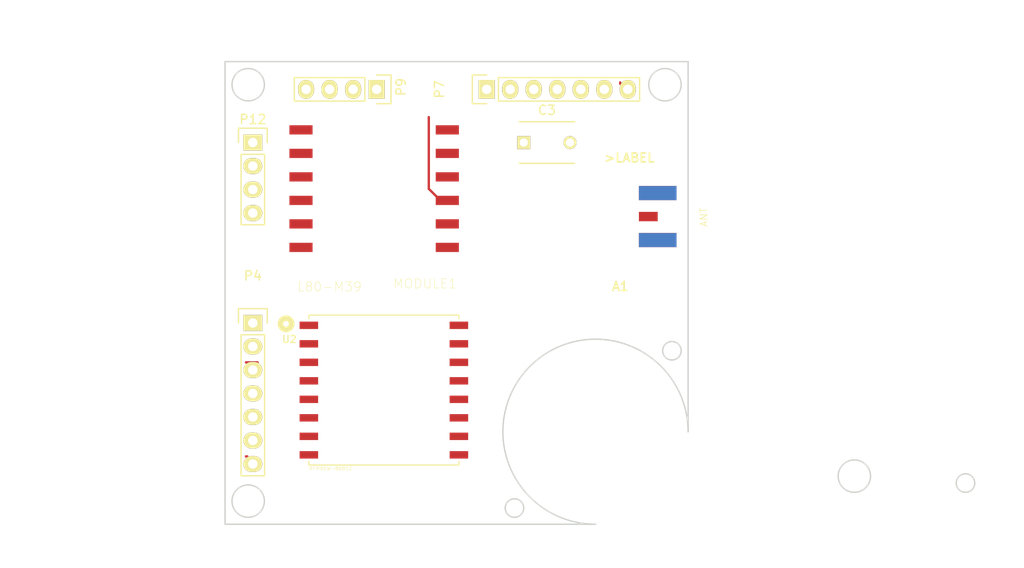
<source format=kicad_pcb>
(kicad_pcb (version 4) (host pcbnew 4.0.0-rc1-stable)

  (general
    (links 102)
    (no_connects 102)
    (area 37.351725 28.448816 278.178572 182.950001)
    (thickness 1.6)
    (drawings 30)
    (tracks 6)
    (zones 0)
    (modules 8)
    (nets 33)
  )

  (page A4)
  (title_block
    (title CatSat)
    (date 2016-07-28)
    (rev 0.001)
    (company "Electronic Cats")
    (comment 1 "Eduardo Contreras")
  )

  (layers
    (0 F.Cu signal)
    (31 B.Cu signal)
    (32 B.Adhes user)
    (33 F.Adhes user)
    (34 B.Paste user)
    (35 F.Paste user)
    (36 B.SilkS user)
    (37 F.SilkS user)
    (38 B.Mask user)
    (39 F.Mask user)
    (40 Dwgs.User user)
    (41 Cmts.User user)
    (42 Eco1.User user)
    (43 Eco2.User user)
    (44 Edge.Cuts user)
    (45 Margin user)
    (46 B.CrtYd user)
    (47 F.CrtYd user)
    (48 B.Fab user)
    (49 F.Fab user)
  )

  (setup
    (last_trace_width 0.25)
    (trace_clearance 0.2)
    (zone_clearance 0.508)
    (zone_45_only no)
    (trace_min 0.2)
    (segment_width 0.2)
    (edge_width 0.15)
    (via_size 0.6)
    (via_drill 0.4)
    (via_min_size 0.4)
    (via_min_drill 0.3)
    (uvia_size 0.3)
    (uvia_drill 0.1)
    (uvias_allowed no)
    (uvia_min_size 0.2)
    (uvia_min_drill 0.1)
    (pcb_text_width 0.3)
    (pcb_text_size 1.5 1.5)
    (mod_edge_width 0.15)
    (mod_text_size 1 1)
    (mod_text_width 0.15)
    (pad_size 1.524 1.524)
    (pad_drill 0.762)
    (pad_to_mask_clearance 0.2)
    (aux_axis_origin 0 0)
    (visible_elements 7FFFFFFF)
    (pcbplotparams
      (layerselection 0x00030_80000001)
      (usegerberextensions false)
      (excludeedgelayer true)
      (linewidth 0.100000)
      (plotframeref false)
      (viasonmask false)
      (mode 1)
      (useauxorigin false)
      (hpglpennumber 1)
      (hpglpenspeed 20)
      (hpglpendiameter 15)
      (hpglpenoverlay 2)
      (psnegative false)
      (psa4output false)
      (plotreference true)
      (plotvalue true)
      (plotinvisibletext false)
      (padsonsilk false)
      (subtractmaskfromsilk false)
      (outputformat 1)
      (mirror false)
      (drillshape 1)
      (scaleselection 1)
      (outputdirectory ""))
  )

  (net 0 "")
  (net 1 GND)
  (net 2 "Net-(A1-Pad2)")
  (net 3 +BATT)
  (net 4 S_TX)
  (net 5 S_RX)
  (net 6 "Net-(MODULE1-Pad5)")
  (net 7 "Net-(MODULE1-Pad6)")
  (net 8 "Net-(MODULE1-Pad7)")
  (net 9 "Net-(MODULE1-Pad8)")
  (net 10 "Net-(MODULE1-Pad10)")
  (net 11 "Net-(MODULE1-Pad11)")
  (net 12 SCL)
  (net 13 SDA)
  (net 14 DHT/D6)
  (net 15 A3)
  (net 16 A2)
  (net 17 A1)
  (net 18 A0)
  (net 19 INT0)
  (net 20 INT1)
  (net 21 D7)
  (net 22 D8)
  (net 23 SCK)
  (net 24 MISO)
  (net 25 MOSI)
  (net 26 NSS)
  (net 27 RST)
  (net 28 "Net-(U2-Pad11)")
  (net 29 "Net-(U2-Pad12)")
  (net 30 "Net-(U2-Pad15)")
  (net 31 "Net-(U2-Pad16)")
  (net 32 "Net-(U2-Pad7)")

  (net_class Default "This is the default net class."
    (clearance 0.2)
    (trace_width 0.25)
    (via_dia 0.6)
    (via_drill 0.4)
    (uvia_dia 0.3)
    (uvia_drill 0.1)
    (add_net +BATT)
    (add_net /Sensors/DRDY)
    (add_net /Sensors/FSYNC)
    (add_net /Sensors/INTA)
    (add_net A0)
    (add_net A1)
    (add_net A2)
    (add_net A3)
    (add_net D7)
    (add_net D8)
    (add_net DHT/D6)
    (add_net GND)
    (add_net INT0)
    (add_net INT1)
    (add_net MISO)
    (add_net MOSI)
    (add_net NSS)
    (add_net "Net-(A1-Pad2)")
    (add_net "Net-(D1-Pad2)")
    (add_net "Net-(MODULE1-Pad10)")
    (add_net "Net-(MODULE1-Pad11)")
    (add_net "Net-(MODULE1-Pad5)")
    (add_net "Net-(MODULE1-Pad6)")
    (add_net "Net-(MODULE1-Pad7)")
    (add_net "Net-(MODULE1-Pad8)")
    (add_net "Net-(P16-Pad3)")
    (add_net "Net-(P5-Pad2)")
    (add_net "Net-(RAW1-Pad1)")
    (add_net "Net-(RAW1-Pad19)")
    (add_net "Net-(RAW1-Pad2)")
    (add_net "Net-(RAW1-Pad21)")
    (add_net "Net-(RAW1-Pad3)")
    (add_net "Net-(RAW1-Pad4)")
    (add_net "Net-(RAW1-Pad5)")
    (add_net "Net-(RAW1-Pad6)")
    (add_net "Net-(RAW1-Pad7)")
    (add_net "Net-(RAW1-Pad8)")
    (add_net "Net-(RAW1-Pad9)")
    (add_net "Net-(U1-Pad1)")
    (add_net "Net-(U1-Pad2)")
    (add_net "Net-(U2-Pad11)")
    (add_net "Net-(U2-Pad12)")
    (add_net "Net-(U2-Pad15)")
    (add_net "Net-(U2-Pad16)")
    (add_net "Net-(U2-Pad7)")
    (add_net RST)
    (add_net SCK)
    (add_net SCL)
    (add_net SDA)
    (add_net S_RX)
    (add_net S_TX)
  )

  (module LoRa:RFM (layer F.Cu) (tedit 57992A0E) (tstamp 579939E5)
    (at 105.75 97.65)
    (path /57965E45/579926DC)
    (fp_text reference U2 (at -11.07 -5.04) (layer F.SilkS)
      (effects (font (size 0.77216 0.77216) (thickness 0.138988)) (justify left bottom))
    )
    (fp_text value RFM95W-868S2 (at -8.1 8.7) (layer F.SilkS)
      (effects (font (size 0.38608 0.38608) (thickness 0.038608)) (justify left bottom))
    )
    (fp_line (start -8 -8) (end 8 -8) (layer Dwgs.User) (width 0.127))
    (fp_line (start 8 -8) (end 8 8) (layer Dwgs.User) (width 0.127))
    (fp_line (start 8 8) (end -8 8) (layer Dwgs.User) (width 0.127))
    (fp_line (start -8 8) (end -8 -8) (layer Dwgs.User) (width 0.127))
    (fp_line (start -8.1 -7.7) (end -8.1 -8.1) (layer F.SilkS) (width 0.127))
    (fp_line (start -8.1 -8.1) (end 8.1 -8.1) (layer F.SilkS) (width 0.127))
    (fp_line (start 8.1 -8.1) (end 8.1 -7.7) (layer F.SilkS) (width 0.127))
    (fp_line (start -8.1 7.7) (end -8.1 8.1) (layer F.SilkS) (width 0.127))
    (fp_line (start -8.1 8.1) (end 8.1 8.1) (layer F.SilkS) (width 0.127))
    (fp_line (start 8.1 8.1) (end 8.1 7.7) (layer F.SilkS) (width 0.127))
    (fp_circle (center -10.56 -7.16) (end -10.26 -7.16) (layer F.SilkS) (width 0.6096))
    (pad 9 smd rect (at 8.1 7 180) (size 2 0.8) (layers F.Cu F.Paste F.Mask)
      (net 2 "Net-(A1-Pad2)"))
    (pad 10 smd rect (at 8.1 5 180) (size 2 0.8) (layers F.Cu F.Paste F.Mask)
      (net 1 GND))
    (pad 11 smd rect (at 8.1 3 180) (size 2 0.8) (layers F.Cu F.Paste F.Mask)
      (net 28 "Net-(U2-Pad11)"))
    (pad 12 smd rect (at 8.1 1 180) (size 2 0.8) (layers F.Cu F.Paste F.Mask)
      (net 29 "Net-(U2-Pad12)"))
    (pad 13 smd rect (at 8.1 -1 180) (size 2 0.8) (layers F.Cu F.Paste F.Mask)
      (net 3 +BATT))
    (pad 14 smd rect (at 8.1 -3 180) (size 2 0.8) (layers F.Cu F.Paste F.Mask)
      (net 19 INT0))
    (pad 15 smd rect (at 8.1 -5 180) (size 2 0.8) (layers F.Cu F.Paste F.Mask)
      (net 30 "Net-(U2-Pad15)"))
    (pad 16 smd rect (at 8.1 -7 180) (size 2 0.8) (layers F.Cu F.Paste F.Mask)
      (net 31 "Net-(U2-Pad16)"))
    (pad 1 smd rect (at -8.1 -7) (size 2 0.8) (layers F.Cu F.Paste F.Mask)
      (net 1 GND))
    (pad 2 smd rect (at -8.1 -5) (size 2 0.8) (layers F.Cu F.Paste F.Mask)
      (net 24 MISO))
    (pad 3 smd rect (at -8.1 -3) (size 2 0.8) (layers F.Cu F.Paste F.Mask)
      (net 25 MOSI))
    (pad 4 smd rect (at -8.1 -1) (size 2 0.8) (layers F.Cu F.Paste F.Mask)
      (net 23 SCK))
    (pad 5 smd rect (at -8.1 1) (size 2 0.8) (layers F.Cu F.Paste F.Mask)
      (net 26 NSS))
    (pad 6 smd rect (at -8.1 3) (size 2 0.8) (layers F.Cu F.Paste F.Mask)
      (net 27 RST))
    (pad 7 smd rect (at -8.1 5) (size 2 0.8) (layers F.Cu F.Paste F.Mask)
      (net 32 "Net-(U2-Pad7)"))
    (pad 8 smd rect (at -8.1 7 180) (size 2 0.8) (layers F.Cu F.Paste F.Mask)
      (net 1 GND))
  )

  (module LoRa:SMA_Conn_Ant (layer F.Cu) (tedit 576EB192) (tstamp 57993930)
    (at 137.35 78.9 180)
    (path /57965E45/57993DE2)
    (fp_text reference A1 (at 5.08 -6.985 180) (layer F.SilkS)
      (effects (font (size 0.9652 0.9652) (thickness 0.18288)) (justify right top))
    )
    (fp_text value ANT (at -2.5 1 270) (layer F.SilkS)
      (effects (font (size 0.77216 0.77216) (thickness 0.077216)) (justify right top))
    )
    (fp_line (start -9.2075 -2.54) (end -8.255 -2.54) (layer Dwgs.User) (width 0.2032))
    (fp_line (start -8.255 -2.54) (end -8.255 -3.175) (layer Dwgs.User) (width 0.2032))
    (fp_line (start -8.255 -3.175) (end -7.62 -3.175) (layer Dwgs.User) (width 0.2032))
    (fp_line (start -7.62 -3.175) (end -6.985 -3.175) (layer Dwgs.User) (width 0.2032))
    (fp_line (start -6.985 -3.175) (end -6.35 -3.175) (layer Dwgs.User) (width 0.2032))
    (fp_line (start -6.35 -3.175) (end -5.715 -3.175) (layer Dwgs.User) (width 0.2032))
    (fp_line (start -5.715 -3.175) (end -5.08 -3.175) (layer Dwgs.User) (width 0.2032))
    (fp_line (start -5.08 -3.175) (end -4.445 -3.175) (layer Dwgs.User) (width 0.2032))
    (fp_line (start -4.445 -3.175) (end -3.4925 -3.175) (layer Dwgs.User) (width 0.2032))
    (fp_line (start -3.4925 -3.175) (end -3.4925 -2.54) (layer Dwgs.User) (width 0.2032))
    (fp_line (start -3.4925 -2.54) (end -1.5875 -2.54) (layer Dwgs.User) (width 0.2032))
    (fp_line (start -1.5875 -2.54) (end -1.5875 2.54) (layer Dwgs.User) (width 0.2032))
    (fp_line (start -1.5875 2.54) (end -3.4925 2.54) (layer Dwgs.User) (width 0.2032))
    (fp_line (start -3.4925 2.54) (end -3.4925 3.175) (layer Dwgs.User) (width 0.2032))
    (fp_line (start -3.4925 3.175) (end -4.445 3.175) (layer Dwgs.User) (width 0.2032))
    (fp_line (start -4.445 3.175) (end -5.08 3.175) (layer Dwgs.User) (width 0.2032))
    (fp_line (start -5.08 3.175) (end -5.715 3.175) (layer Dwgs.User) (width 0.2032))
    (fp_line (start -5.715 3.175) (end -6.35 3.175) (layer Dwgs.User) (width 0.2032))
    (fp_line (start -6.35 3.175) (end -6.985 3.175) (layer Dwgs.User) (width 0.2032))
    (fp_line (start -6.985 3.175) (end -7.62 3.175) (layer Dwgs.User) (width 0.2032))
    (fp_line (start -7.62 3.175) (end -8.255 3.175) (layer Dwgs.User) (width 0.2032))
    (fp_line (start -8.255 3.175) (end -8.255 2.54) (layer Dwgs.User) (width 0.2032))
    (fp_line (start -8.255 2.54) (end -9.2075 2.54) (layer Dwgs.User) (width 0.2032))
    (fp_line (start -9.2075 2.54) (end -9.2075 -2.54) (layer Dwgs.User) (width 0.2032))
    (fp_line (start -8.255 -2.54) (end -8.255 2.54) (layer Dwgs.User) (width 0.2032))
    (fp_line (start -8.255 -3.175) (end -7.62 3.175) (layer Dwgs.User) (width 0.2032))
    (fp_line (start -7.62 -3.175) (end -6.985 3.175) (layer Dwgs.User) (width 0.2032))
    (fp_line (start -6.985 -3.175) (end -6.35 3.175) (layer Dwgs.User) (width 0.2032))
    (fp_line (start -6.35 -3.175) (end -5.715 3.175) (layer Dwgs.User) (width 0.2032))
    (fp_line (start -5.715 -3.175) (end -5.08 3.175) (layer Dwgs.User) (width 0.2032))
    (fp_line (start -5.08 -3.175) (end -4.445 3.175) (layer Dwgs.User) (width 0.2032))
    (fp_line (start -4.445 -3.175) (end -3.81 3.175) (layer Dwgs.User) (width 0.2032))
    (fp_text user >LABEL (at 5.08 6.35 180) (layer F.SilkS)
      (effects (font (size 0.9652 0.9652) (thickness 0.18288)))
    )
    (fp_poly (pts (xy 0 0.3175) (xy 3.175 0.3175) (xy 3.175 -0.3175) (xy 0 -0.3175)) (layer Dwgs.User) (width 0))
    (fp_poly (pts (xy -1.524 -3.048) (xy 3.81 -3.048) (xy 3.81 -2.032) (xy 0 -2.032)
      (xy 0 2.032) (xy 3.81 2.032) (xy 3.81 3.048) (xy -1.524 3.048)) (layer Dwgs.User) (width 0))
    (fp_poly (pts (xy -1.524 -5.08) (xy 0 -5.08) (xy 0 5.08) (xy -1.524 5.08)) (layer Dwgs.User) (width 0))
    (fp_line (start 3.3574 -0.7) (end 3.3574 -2.1) (layer Dwgs.User) (width 0.2032))
    (fp_line (start 3.3574 -2.1) (end 0.7574 -2.1) (layer Dwgs.User) (width 0.2032))
    (fp_line (start 0.7574 2.1) (end 3.3574 2.1) (layer Dwgs.User) (width 0.2032))
    (fp_line (start 3.3574 2.1) (end 3.3574 0.7) (layer Dwgs.User) (width 0.2032))
    (fp_line (start 0.7574 -0.7) (end 0.7574 -2.1) (layer Dwgs.User) (width 0.2032))
    (fp_line (start 0.7574 2.1) (end 0.7574 0.7) (layer Dwgs.User) (width 0.2032))
    (fp_line (start 3.4574 -0.7) (end 3.4574 -2) (layer Dwgs.User) (width 0.2032))
    (fp_line (start 3.4574 2) (end 3.4574 0.7) (layer Dwgs.User) (width 0.2032))
    (fp_line (start 3.5574 -0.7) (end 3.5574 -2.1) (layer Dwgs.User) (width 0.2032))
    (fp_line (start 3.5574 2.1) (end 3.5574 0.7) (layer Dwgs.User) (width 0.2032))
    (fp_line (start 3.5574 -2.1) (end 3.3574 -2.1) (layer Dwgs.User) (width 0.2032))
    (fp_line (start 3.5574 -0.7) (end 3.3574 -0.7) (layer Dwgs.User) (width 0.2032))
    (fp_line (start 3.5574 0.7) (end 3.3574 0.7) (layer Dwgs.User) (width 0.2032))
    (fp_line (start 3.5574 2.1) (end 3.3574 2.1) (layer Dwgs.User) (width 0.2032))
    (fp_poly (pts (xy 3.2004 0.4826) (xy 3.9624 0.4826) (xy 3.9624 -0.4826) (xy 3.2004 -0.4826)) (layer F.Paste) (width 0))
    (fp_poly (pts (xy 0.889 -0.9382) (xy 3.2258 -0.9382) (xy 3.2258 -1.8526) (xy 0.889 -1.8526)) (layer F.Mask) (width 0))
    (fp_poly (pts (xy 0.9906 -0.989) (xy 3.1242 -0.989) (xy 3.1242 -1.8018) (xy 0.9906 -1.8018)) (layer F.Paste) (width 0))
    (fp_poly (pts (xy 0.889 1.8526) (xy 3.2258 1.8526) (xy 3.2258 0.9382) (xy 0.889 0.9382)) (layer F.Mask) (width 0))
    (fp_poly (pts (xy 0.9906 1.8018) (xy 3.1242 1.8018) (xy 3.1242 0.989) (xy 0.9906 0.989)) (layer F.Paste) (width 0))
    (pad 1 smd rect (at 2.032 -2.54 270) (size 1.524 4.064) (layers F.Cu F.Paste F.Mask)
      (net 1 GND))
    (pad 3 smd rect (at 2.032 2.54 270) (size 1.524 4.064) (layers F.Cu F.Paste F.Mask)
      (net 1 GND))
    (pad 2 smd rect (at 3.048 0 270) (size 1.016 2.032) (layers F.Cu F.Paste F.Mask)
      (net 2 "Net-(A1-Pad2)"))
    (pad "" smd rect (at 2.032 -2.54 270) (size 1.524 4.064) (layers B.Cu B.Paste B.Mask))
    (pad "" smd rect (at 2.032 2.54 270) (size 1.524 4.064) (layers B.Cu B.Paste B.Mask))
  )

  (module CatSat:L80 (layer F.Cu) (tedit 0) (tstamp 57993946)
    (at 104.733668 76.518506 180)
    (path /57965E45/57992672)
    (solder_mask_margin 0.1)
    (attr smd)
    (fp_text reference MODULE1 (at -5.46 -9.635 180) (layer F.SilkS)
      (effects (font (size 1 1) (thickness 0.05)))
    )
    (fp_text value L80-M39 (at 4.860978 -9.966894 360) (layer F.SilkS)
      (effects (font (size 1 1) (thickness 0.05)))
    )
    (fp_line (start 8.033668 -8.211494) (end -7.966332 -8.211494) (layer Dwgs.User) (width 0.254))
    (fp_line (start -7.966332 -8.211494) (end -7.966332 7.788506) (layer Dwgs.User) (width 0.254))
    (fp_line (start -7.966332 7.788506) (end 8.033668 7.788506) (layer Dwgs.User) (width 0.254))
    (fp_line (start 8.033668 7.788506) (end 8.033668 -8.211494) (layer Dwgs.User) (width 0.254))
    (fp_circle (center 0.033668 -0.211494) (end -0.476332 -0.211494) (layer Dwgs.User) (width 0.127))
    (fp_poly (pts (xy 7.533668 7.288506) (xy -7.466332 7.288506) (xy -7.466332 -7.711494) (xy 7.533668 -7.711494)) (layer Dwgs.User) (width 0.381))
    (pad 1 smd rect (at -7.866332 -5.711494) (size 2.5 1) (layers F.Cu F.Paste F.Mask)
      (net 4 S_TX) (solder_mask_margin 0.2))
    (pad 2 smd rect (at -7.866332 -3.171494) (size 2.5 1) (layers F.Cu F.Paste F.Mask)
      (net 5 S_RX) (solder_mask_margin 0.2))
    (pad 3 smd rect (at -7.866332 -0.631494) (size 2.5 1) (layers F.Cu F.Paste F.Mask)
      (net 1 GND) (solder_mask_margin 0.2))
    (pad 4 smd rect (at -7.866332 1.908506) (size 2.5 1) (layers F.Cu F.Paste F.Mask)
      (net 3 +BATT) (solder_mask_margin 0.2))
    (pad 5 smd rect (at -7.866332 4.448506) (size 2.5 1) (layers F.Cu F.Paste F.Mask)
      (net 6 "Net-(MODULE1-Pad5)") (solder_mask_margin 0.2))
    (pad 6 smd rect (at -7.866332 6.988506) (size 2.5 1) (layers F.Cu F.Paste F.Mask)
      (net 7 "Net-(MODULE1-Pad6)") (solder_mask_margin 0.2))
    (pad 7 smd rect (at 7.933668 6.988506 180) (size 2.5 1) (layers F.Cu F.Paste F.Mask)
      (net 8 "Net-(MODULE1-Pad7)") (solder_mask_margin 0.2))
    (pad 8 smd rect (at 7.933668 4.448506 180) (size 2.5 1) (layers F.Cu F.Paste F.Mask)
      (net 9 "Net-(MODULE1-Pad8)") (solder_mask_margin 0.2))
    (pad 9 smd rect (at 7.933668 1.908506 180) (size 2.5 1) (layers F.Cu F.Paste F.Mask)
      (solder_mask_margin 0.2))
    (pad 10 smd rect (at 7.933668 -0.631494 180) (size 2.5 1) (layers F.Cu F.Paste F.Mask)
      (net 10 "Net-(MODULE1-Pad10)") (solder_mask_margin 0.2))
    (pad 11 smd rect (at 7.933668 -3.171494 180) (size 2.5 1) (layers F.Cu F.Paste F.Mask)
      (net 11 "Net-(MODULE1-Pad11)") (solder_mask_margin 0.2))
    (pad 12 smd rect (at 7.933668 -5.711494) (size 2.5 1) (layers F.Cu F.Paste F.Mask)
      (net 1 GND) (solder_mask_margin 0.2))
  )

  (module Pin_Headers:Pin_Header_Straight_1x07 (layer F.Cu) (tedit 0) (tstamp 5799396C)
    (at 91.6 90.4)
    (descr "Through hole pin header")
    (tags "pin header")
    (path /57965E31/5797EF63)
    (fp_text reference P4 (at 0 -5.1) (layer F.SilkS)
      (effects (font (size 1 1) (thickness 0.15)))
    )
    (fp_text value CONN_01X07 (at 0 -3.1) (layer F.Fab)
      (effects (font (size 1 1) (thickness 0.15)))
    )
    (fp_line (start -1.75 -1.75) (end -1.75 17) (layer F.CrtYd) (width 0.05))
    (fp_line (start 1.75 -1.75) (end 1.75 17) (layer F.CrtYd) (width 0.05))
    (fp_line (start -1.75 -1.75) (end 1.75 -1.75) (layer F.CrtYd) (width 0.05))
    (fp_line (start -1.75 17) (end 1.75 17) (layer F.CrtYd) (width 0.05))
    (fp_line (start 1.27 1.27) (end 1.27 16.51) (layer F.SilkS) (width 0.15))
    (fp_line (start 1.27 16.51) (end -1.27 16.51) (layer F.SilkS) (width 0.15))
    (fp_line (start -1.27 16.51) (end -1.27 1.27) (layer F.SilkS) (width 0.15))
    (fp_line (start 1.55 -1.55) (end 1.55 0) (layer F.SilkS) (width 0.15))
    (fp_line (start 1.27 1.27) (end -1.27 1.27) (layer F.SilkS) (width 0.15))
    (fp_line (start -1.55 0) (end -1.55 -1.55) (layer F.SilkS) (width 0.15))
    (fp_line (start -1.55 -1.55) (end 1.55 -1.55) (layer F.SilkS) (width 0.15))
    (pad 1 thru_hole rect (at 0 0) (size 2.032 1.7272) (drill 1.016) (layers *.Cu *.Mask F.SilkS)
      (net 3 +BATT))
    (pad 2 thru_hole oval (at 0 2.54) (size 2.032 1.7272) (drill 1.016) (layers *.Cu *.Mask F.SilkS)
      (net 1 GND))
    (pad 3 thru_hole oval (at 0 5.08) (size 2.032 1.7272) (drill 1.016) (layers *.Cu *.Mask F.SilkS)
      (net 23 SCK))
    (pad 4 thru_hole oval (at 0 7.62) (size 2.032 1.7272) (drill 1.016) (layers *.Cu *.Mask F.SilkS)
      (net 24 MISO))
    (pad 5 thru_hole oval (at 0 10.16) (size 2.032 1.7272) (drill 1.016) (layers *.Cu *.Mask F.SilkS)
      (net 25 MOSI))
    (pad 6 thru_hole oval (at 0 12.7) (size 2.032 1.7272) (drill 1.016) (layers *.Cu *.Mask F.SilkS)
      (net 26 NSS))
    (pad 7 thru_hole oval (at 0 15.24) (size 2.032 1.7272) (drill 1.016) (layers *.Cu *.Mask F.SilkS)
      (net 27 RST))
    (model Pin_Headers.3dshapes/Pin_Header_Straight_1x07.wrl
      (at (xyz 0 -0.3 0))
      (scale (xyz 1 1 1))
      (rotate (xyz 0 0 90))
    )
  )

  (module Pin_Headers:Pin_Header_Straight_1x07 (layer F.Cu) (tedit 0) (tstamp 5799397D)
    (at 116.85 65.15 90)
    (descr "Through hole pin header")
    (tags "pin header")
    (path /57965E45/57992998)
    (fp_text reference P7 (at 0 -5.1 90) (layer F.SilkS)
      (effects (font (size 1 1) (thickness 0.15)))
    )
    (fp_text value CONN_01X07 (at 2.25 0.95 180) (layer F.Fab)
      (effects (font (size 1 1) (thickness 0.15)))
    )
    (fp_line (start -1.75 -1.75) (end -1.75 17) (layer F.CrtYd) (width 0.05))
    (fp_line (start 1.75 -1.75) (end 1.75 17) (layer F.CrtYd) (width 0.05))
    (fp_line (start -1.75 -1.75) (end 1.75 -1.75) (layer F.CrtYd) (width 0.05))
    (fp_line (start -1.75 17) (end 1.75 17) (layer F.CrtYd) (width 0.05))
    (fp_line (start 1.27 1.27) (end 1.27 16.51) (layer F.SilkS) (width 0.15))
    (fp_line (start 1.27 16.51) (end -1.27 16.51) (layer F.SilkS) (width 0.15))
    (fp_line (start -1.27 16.51) (end -1.27 1.27) (layer F.SilkS) (width 0.15))
    (fp_line (start 1.55 -1.55) (end 1.55 0) (layer F.SilkS) (width 0.15))
    (fp_line (start 1.27 1.27) (end -1.27 1.27) (layer F.SilkS) (width 0.15))
    (fp_line (start -1.55 0) (end -1.55 -1.55) (layer F.SilkS) (width 0.15))
    (fp_line (start -1.55 -1.55) (end 1.55 -1.55) (layer F.SilkS) (width 0.15))
    (pad 1 thru_hole rect (at 0 0 90) (size 2.032 1.7272) (drill 1.016) (layers *.Cu *.Mask F.SilkS)
      (net 1 GND))
    (pad 2 thru_hole oval (at 0 2.54 90) (size 2.032 1.7272) (drill 1.016) (layers *.Cu *.Mask F.SilkS)
      (net 3 +BATT))
    (pad 3 thru_hole oval (at 0 5.08 90) (size 2.032 1.7272) (drill 1.016) (layers *.Cu *.Mask F.SilkS)
      (net 12 SCL))
    (pad 4 thru_hole oval (at 0 7.62 90) (size 2.032 1.7272) (drill 1.016) (layers *.Cu *.Mask F.SilkS)
      (net 13 SDA))
    (pad 5 thru_hole oval (at 0 10.16 90) (size 2.032 1.7272) (drill 1.016) (layers *.Cu *.Mask F.SilkS)
      (net 5 S_RX))
    (pad 6 thru_hole oval (at 0 12.7 90) (size 2.032 1.7272) (drill 1.016) (layers *.Cu *.Mask F.SilkS)
      (net 4 S_TX))
    (pad 7 thru_hole oval (at 0 15.24 90) (size 2.032 1.7272) (drill 1.016) (layers *.Cu *.Mask F.SilkS)
      (net 14 DHT/D6))
    (model Pin_Headers.3dshapes/Pin_Header_Straight_1x07.wrl
      (at (xyz 0 -0.3 0))
      (scale (xyz 1 1 1))
      (rotate (xyz 0 0 90))
    )
  )

  (module Pin_Headers:Pin_Header_Straight_1x04 (layer F.Cu) (tedit 0) (tstamp 5799398D)
    (at 104.97 65.15 270)
    (descr "Through hole pin header")
    (tags "pin header")
    (path /57965E45/579A47A5)
    (fp_text reference P9 (at -0.25 -2.63 270) (layer F.SilkS)
      (effects (font (size 1 1) (thickness 0.15)))
    )
    (fp_text value CONN_01X04 (at -2.25 4.12 360) (layer F.Fab)
      (effects (font (size 1 1) (thickness 0.15)))
    )
    (fp_line (start -1.75 -1.75) (end -1.75 9.4) (layer F.CrtYd) (width 0.05))
    (fp_line (start 1.75 -1.75) (end 1.75 9.4) (layer F.CrtYd) (width 0.05))
    (fp_line (start -1.75 -1.75) (end 1.75 -1.75) (layer F.CrtYd) (width 0.05))
    (fp_line (start -1.75 9.4) (end 1.75 9.4) (layer F.CrtYd) (width 0.05))
    (fp_line (start -1.27 1.27) (end -1.27 8.89) (layer F.SilkS) (width 0.15))
    (fp_line (start 1.27 1.27) (end 1.27 8.89) (layer F.SilkS) (width 0.15))
    (fp_line (start 1.55 -1.55) (end 1.55 0) (layer F.SilkS) (width 0.15))
    (fp_line (start -1.27 8.89) (end 1.27 8.89) (layer F.SilkS) (width 0.15))
    (fp_line (start 1.27 1.27) (end -1.27 1.27) (layer F.SilkS) (width 0.15))
    (fp_line (start -1.55 0) (end -1.55 -1.55) (layer F.SilkS) (width 0.15))
    (fp_line (start -1.55 -1.55) (end 1.55 -1.55) (layer F.SilkS) (width 0.15))
    (pad 1 thru_hole rect (at 0 0 270) (size 2.032 1.7272) (drill 1.016) (layers *.Cu *.Mask F.SilkS)
      (net 19 INT0))
    (pad 2 thru_hole oval (at 0 2.54 270) (size 2.032 1.7272) (drill 1.016) (layers *.Cu *.Mask F.SilkS)
      (net 20 INT1))
    (pad 3 thru_hole oval (at 0 5.08 270) (size 2.032 1.7272) (drill 1.016) (layers *.Cu *.Mask F.SilkS)
      (net 21 D7))
    (pad 4 thru_hole oval (at 0 7.62 270) (size 2.032 1.7272) (drill 1.016) (layers *.Cu *.Mask F.SilkS)
      (net 22 D8))
    (model Pin_Headers.3dshapes/Pin_Header_Straight_1x04.wrl
      (at (xyz 0 -0.15 0))
      (scale (xyz 1 1 1))
      (rotate (xyz 0 0 90))
    )
  )

  (module Pin_Headers:Pin_Header_Straight_1x04 (layer F.Cu) (tedit 0) (tstamp 579939AB)
    (at 91.6 70.9)
    (descr "Through hole pin header")
    (tags "pin header")
    (path /57965E56/579A5A85)
    (fp_text reference P12 (at 0 -2.5) (layer F.SilkS)
      (effects (font (size 1 1) (thickness 0.15)))
    )
    (fp_text value CONN_01X04 (at -2.25 4 90) (layer F.Fab)
      (effects (font (size 1 1) (thickness 0.15)))
    )
    (fp_line (start -1.75 -1.75) (end -1.75 9.4) (layer F.CrtYd) (width 0.05))
    (fp_line (start 1.75 -1.75) (end 1.75 9.4) (layer F.CrtYd) (width 0.05))
    (fp_line (start -1.75 -1.75) (end 1.75 -1.75) (layer F.CrtYd) (width 0.05))
    (fp_line (start -1.75 9.4) (end 1.75 9.4) (layer F.CrtYd) (width 0.05))
    (fp_line (start -1.27 1.27) (end -1.27 8.89) (layer F.SilkS) (width 0.15))
    (fp_line (start 1.27 1.27) (end 1.27 8.89) (layer F.SilkS) (width 0.15))
    (fp_line (start 1.55 -1.55) (end 1.55 0) (layer F.SilkS) (width 0.15))
    (fp_line (start -1.27 8.89) (end 1.27 8.89) (layer F.SilkS) (width 0.15))
    (fp_line (start 1.27 1.27) (end -1.27 1.27) (layer F.SilkS) (width 0.15))
    (fp_line (start -1.55 0) (end -1.55 -1.55) (layer F.SilkS) (width 0.15))
    (fp_line (start -1.55 -1.55) (end 1.55 -1.55) (layer F.SilkS) (width 0.15))
    (pad 1 thru_hole rect (at 0 0) (size 2.032 1.7272) (drill 1.016) (layers *.Cu *.Mask F.SilkS)
      (net 15 A3))
    (pad 2 thru_hole oval (at 0 2.54) (size 2.032 1.7272) (drill 1.016) (layers *.Cu *.Mask F.SilkS)
      (net 16 A2))
    (pad 3 thru_hole oval (at 0 5.08) (size 2.032 1.7272) (drill 1.016) (layers *.Cu *.Mask F.SilkS)
      (net 17 A1))
    (pad 4 thru_hole oval (at 0 7.62) (size 2.032 1.7272) (drill 1.016) (layers *.Cu *.Mask F.SilkS)
      (net 18 A0))
    (model Pin_Headers.3dshapes/Pin_Header_Straight_1x04.wrl
      (at (xyz 0 -0.15 0))
      (scale (xyz 1 1 1))
      (rotate (xyz 0 0 90))
    )
  )

  (module Capacitors_ThroughHole:C_Disc_D6_P5 (layer F.Cu) (tedit 0) (tstamp 579BB1D8)
    (at 120.85 70.9)
    (descr "Capacitor 6mm Disc, Pitch 5mm")
    (tags Capacitor)
    (path /57965E45/579BD4FC)
    (fp_text reference C3 (at 2.5 -3.5) (layer F.SilkS)
      (effects (font (size 1 1) (thickness 0.15)))
    )
    (fp_text value C (at 2.5 3.5) (layer F.Fab)
      (effects (font (size 1 1) (thickness 0.15)))
    )
    (fp_line (start -0.95 -2.5) (end 5.95 -2.5) (layer F.CrtYd) (width 0.05))
    (fp_line (start 5.95 -2.5) (end 5.95 2.5) (layer F.CrtYd) (width 0.05))
    (fp_line (start 5.95 2.5) (end -0.95 2.5) (layer F.CrtYd) (width 0.05))
    (fp_line (start -0.95 2.5) (end -0.95 -2.5) (layer F.CrtYd) (width 0.05))
    (fp_line (start -0.5 -2.25) (end 5.5 -2.25) (layer F.SilkS) (width 0.15))
    (fp_line (start 5.5 2.25) (end -0.5 2.25) (layer F.SilkS) (width 0.15))
    (pad 1 thru_hole rect (at 0 0) (size 1.4 1.4) (drill 0.9) (layers *.Cu *.Mask F.SilkS)
      (net 3 +BATT))
    (pad 2 thru_hole circle (at 5 0) (size 1.4 1.4) (drill 0.9) (layers *.Cu *.Mask F.SilkS)
      (net 1 GND))
    (model Capacitors_ThroughHole.3dshapes/C_Disc_D6_P5.wrl
      (at (xyz 0.0984252 0 0))
      (scale (xyz 1 1 1))
      (rotate (xyz 0 0 0))
    )
  )

  (dimension 1 (width 0.3) (layer Margin)
    (gr_text 1.000mm (at 169.05 115.05) (layer Margin)
      (effects (font (size 1.5 1.5) (thickness 0.3)))
    )
    (feature1 (pts (xy 169.55 107.7) (xy 169.55 116.4)))
    (feature2 (pts (xy 168.55 107.7) (xy 168.55 116.4)))
    (crossbar (pts (xy 168.55 113.7) (xy 169.55 113.7)))
    (arrow1a (pts (xy 169.55 113.7) (xy 168.423496 114.286421)))
    (arrow1b (pts (xy 169.55 113.7) (xy 168.423496 113.113579)))
    (arrow2a (pts (xy 168.55 113.7) (xy 169.676504 114.286421)))
    (arrow2b (pts (xy 168.55 113.7) (xy 169.676504 113.113579)))
  )
  (dimension 2 (width 0.3) (layer Margin)
    (gr_text 2.000mm (at 168.55 103.1) (layer Margin)
      (effects (font (size 1.5 1.5) (thickness 0.3)))
    )
    (feature1 (pts (xy 169.55 107.7) (xy 169.55 101.75)))
    (feature2 (pts (xy 167.55 107.7) (xy 167.55 101.75)))
    (crossbar (pts (xy 167.55 104.45) (xy 169.55 104.45)))
    (arrow1a (pts (xy 169.55 104.45) (xy 168.423496 105.036421)))
    (arrow1b (pts (xy 169.55 104.45) (xy 168.423496 103.863579)))
    (arrow2a (pts (xy 167.55 104.45) (xy 168.676504 105.036421)))
    (arrow2b (pts (xy 167.55 104.45) (xy 168.676504 103.863579)))
  )
  (dimension 3.5 (width 0.3) (layer Margin)
    (gr_text 3.500mm (at 156.55 103.1) (layer Margin)
      (effects (font (size 1.5 1.5) (thickness 0.3)))
    )
    (feature1 (pts (xy 158.3 106.95) (xy 158.3 101.75)))
    (feature2 (pts (xy 154.8 106.95) (xy 154.8 101.75)))
    (crossbar (pts (xy 154.8 104.45) (xy 158.3 104.45)))
    (arrow1a (pts (xy 158.3 104.45) (xy 157.173496 105.036421)))
    (arrow1b (pts (xy 158.3 104.45) (xy 157.173496 103.863579)))
    (arrow2a (pts (xy 154.8 104.45) (xy 155.926504 105.036421)))
    (arrow2b (pts (xy 154.8 104.45) (xy 155.926504 103.863579)))
  )
  (dimension 10 (width 0.3) (layer Margin)
    (gr_text 10.000mm (at 141.95 107.15 90) (layer Margin)
      (effects (font (size 1.5 1.5) (thickness 0.3)))
    )
    (feature1 (pts (xy 138.6 102.15) (xy 143.3 102.15)))
    (feature2 (pts (xy 138.6 112.15) (xy 143.3 112.15)))
    (crossbar (pts (xy 140.6 112.15) (xy 140.6 102.15)))
    (arrow1a (pts (xy 140.6 102.15) (xy 141.186421 103.276504)))
    (arrow1b (pts (xy 140.6 102.15) (xy 140.013579 103.276504)))
    (arrow2a (pts (xy 140.6 112.15) (xy 141.186421 111.023496)))
    (arrow2b (pts (xy 140.6 112.15) (xy 140.013579 111.023496)))
  )
  (dimension 10 (width 0.3) (layer Margin)
    (gr_text 10.000mm (at 133.6 114.75) (layer Margin)
      (effects (font (size 1.5 1.5) (thickness 0.3)))
    )
    (feature1 (pts (xy 138.6 112.15) (xy 138.6 116.1)))
    (feature2 (pts (xy 128.6 112.15) (xy 128.6 116.1)))
    (crossbar (pts (xy 128.6 113.4) (xy 138.6 113.4)))
    (arrow1a (pts (xy 138.6 113.4) (xy 137.473496 113.986421)))
    (arrow1b (pts (xy 138.6 113.4) (xy 137.473496 112.813579)))
    (arrow2a (pts (xy 128.6 113.4) (xy 129.726504 113.986421)))
    (arrow2b (pts (xy 128.6 113.4) (xy 129.726504 112.813579)))
  )
  (dimension 1.75 (width 0.3) (layer Margin)
    (gr_text 1.750mm (at 137.725 58.3) (layer Margin)
      (effects (font (size 1.5 1.5) (thickness 0.3)))
    )
    (feature1 (pts (xy 138.6 93.4) (xy 138.6 56.95)))
    (feature2 (pts (xy 136.85 93.4) (xy 136.85 56.95)))
    (crossbar (pts (xy 136.85 59.65) (xy 138.6 59.65)))
    (arrow1a (pts (xy 138.6 59.65) (xy 137.473496 60.236421)))
    (arrow1b (pts (xy 138.6 59.65) (xy 137.473496 59.063579)))
    (arrow2a (pts (xy 136.85 59.65) (xy 137.976504 60.236421)))
    (arrow2b (pts (xy 136.85 59.65) (xy 137.976504 59.063579)))
  )
  (dimension 31.25 (width 0.3) (layer Margin)
    (gr_text 31.250mm (at 152.7 77.775 90) (layer Margin)
      (effects (font (size 1.5 1.5) (thickness 0.3)))
    )
    (feature1 (pts (xy 136.85 62.15) (xy 154.05 62.15)))
    (feature2 (pts (xy 136.85 93.4) (xy 154.05 93.4)))
    (crossbar (pts (xy 151.35 93.4) (xy 151.35 62.15)))
    (arrow1a (pts (xy 151.35 62.15) (xy 151.936421 63.276504)))
    (arrow1b (pts (xy 151.35 62.15) (xy 150.763579 63.276504)))
    (arrow2a (pts (xy 151.35 93.4) (xy 151.936421 92.273496)))
    (arrow2b (pts (xy 151.35 93.4) (xy 150.763579 92.273496)))
  )
  (gr_circle (center 136.85 93.4) (end 137.85 93.4) (layer Edge.Cuts) (width 0.15) (tstamp 579A91BC))
  (dimension 1.75 (width 0.3) (layer Margin)
    (gr_text 1.750mm (at 81.75 111.275 270) (layer Margin)
      (effects (font (size 1.5 1.5) (thickness 0.3)))
    )
    (feature1 (pts (xy 119.85 112.15) (xy 80.4 112.15)))
    (feature2 (pts (xy 119.85 110.4) (xy 80.4 110.4)))
    (crossbar (pts (xy 83.1 110.4) (xy 83.1 112.15)))
    (arrow1a (pts (xy 83.1 112.15) (xy 82.513579 111.023496)))
    (arrow1b (pts (xy 83.1 112.15) (xy 83.686421 111.023496)))
    (arrow2a (pts (xy 83.1 110.4) (xy 82.513579 111.526504)))
    (arrow2b (pts (xy 83.1 110.4) (xy 83.686421 111.526504)))
  )
  (dimension 31.25 (width 0.3) (layer Margin)
    (gr_text 31.250mm (at 104.225 117.5) (layer Margin)
      (effects (font (size 1.5 1.5) (thickness 0.3)))
    )
    (feature1 (pts (xy 88.6 110.4) (xy 88.6 118.85)))
    (feature2 (pts (xy 119.85 110.4) (xy 119.85 118.85)))
    (crossbar (pts (xy 119.85 116.15) (xy 88.6 116.15)))
    (arrow1a (pts (xy 88.6 116.15) (xy 89.726504 115.563579)))
    (arrow1b (pts (xy 88.6 116.15) (xy 89.726504 116.736421)))
    (arrow2a (pts (xy 119.85 116.15) (xy 118.723496 115.563579)))
    (arrow2b (pts (xy 119.85 116.15) (xy 118.723496 116.736421)))
  )
  (gr_circle (center 119.85 110.4) (end 120.85 110.4) (layer Edge.Cuts) (width 0.15) (tstamp 579A919F))
  (dimension 1.25 (width 0.3) (layer Margin) (tstamp 579A917A)
    (gr_text 1.250mm (at 89.529257 57.348816) (layer Margin) (tstamp 579A917B)
      (effects (font (size 1.5 1.5) (thickness 0.3)))
    )
    (feature1 (pts (xy 90.154257 112.198816) (xy 90.154257 55.998816)))
    (feature2 (pts (xy 88.904257 112.198816) (xy 88.904257 55.998816)))
    (crossbar (pts (xy 88.904257 58.698816) (xy 90.154257 58.698816)))
    (arrow1a (pts (xy 90.154257 58.698816) (xy 89.027753 59.285237)))
    (arrow1b (pts (xy 90.154257 58.698816) (xy 89.027753 58.112395)))
    (arrow2a (pts (xy 88.904257 58.698816) (xy 90.030761 59.285237)))
    (arrow2b (pts (xy 88.904257 58.698816) (xy 90.030761 58.112395)))
  )
  (dimension 1.25 (width 0.3) (layer Margin) (tstamp 579A9176)
    (gr_text 1.250mm (at 76.020999 62.812163 270) (layer Margin) (tstamp 579A9177)
      (effects (font (size 1.5 1.5) (thickness 0.3)))
    )
    (feature1 (pts (xy 138.370999 63.437163) (xy 74.670999 63.437163)))
    (feature2 (pts (xy 138.370999 62.187163) (xy 74.670999 62.187163)))
    (crossbar (pts (xy 77.370999 62.187163) (xy 77.370999 63.437163)))
    (arrow1a (pts (xy 77.370999 63.437163) (xy 76.784578 62.310659)))
    (arrow1b (pts (xy 77.370999 63.437163) (xy 77.95742 62.310659)))
    (arrow2a (pts (xy 77.370999 62.187163) (xy 76.784578 63.313667)))
    (arrow2b (pts (xy 77.370999 62.187163) (xy 77.95742 63.313667)))
  )
  (dimension 7 (width 0.3) (layer Margin) (tstamp 579A9173)
    (gr_text 7.000mm (at 70.586526 65.663343 270) (layer Margin) (tstamp 579A9174)
      (effects (font (size 1.5 1.5) (thickness 0.3)))
    )
    (feature1 (pts (xy 91.936526 69.163343) (xy 69.236526 69.163343)))
    (feature2 (pts (xy 91.936526 62.163343) (xy 69.236526 62.163343)))
    (crossbar (pts (xy 71.936526 62.163343) (xy 71.936526 69.163343)))
    (arrow1a (pts (xy 71.936526 69.163343) (xy 71.350105 68.036839)))
    (arrow1b (pts (xy 71.936526 69.163343) (xy 72.522947 68.036839)))
    (arrow2a (pts (xy 71.936526 62.163343) (xy 71.350105 63.289847)))
    (arrow2b (pts (xy 71.936526 62.163343) (xy 72.522947 63.289847)))
  )
  (gr_circle (center 91.1 109.65) (end 92.85 109.65) (layer Edge.Cuts) (width 0.15) (tstamp 579A902D))
  (gr_circle (center 136.1 64.65) (end 137.85 64.65) (layer Edge.Cuts) (width 0.15) (tstamp 579A902A))
  (gr_circle (center 91.1 64.65) (end 92.85 64.65) (layer Edge.Cuts) (width 0.15) (tstamp 579A9029))
  (dimension 8.75 (width 0.3) (layer Margin)
    (gr_text 8.750mm (at 84.25 84.525 270) (layer Margin)
      (effects (font (size 1.5 1.5) (thickness 0.3)))
    )
    (feature1 (pts (xy 91.35 88.9) (xy 82.9 88.9)))
    (feature2 (pts (xy 91.35 80.15) (xy 82.9 80.15)))
    (crossbar (pts (xy 85.6 80.15) (xy 85.6 88.9)))
    (arrow1a (pts (xy 85.6 88.9) (xy 85.013579 87.773496)))
    (arrow1b (pts (xy 85.6 88.9) (xy 86.186421 87.773496)))
    (arrow2a (pts (xy 85.6 80.15) (xy 85.013579 81.276504)))
    (arrow2b (pts (xy 85.6 80.15) (xy 86.186421 81.276504)))
  )
  (dimension 8.75 (width 0.3) (layer Margin)
    (gr_text 8.750mm (at 110.975 60.05) (layer Margin)
      (effects (font (size 1.5 1.5) (thickness 0.3)))
    )
    (feature1 (pts (xy 115.35 65.15) (xy 115.35 58.7)))
    (feature2 (pts (xy 106.6 65.15) (xy 106.6 58.7)))
    (crossbar (pts (xy 106.6 61.4) (xy 115.35 61.4)))
    (arrow1a (pts (xy 115.35 61.4) (xy 114.223496 61.986421)))
    (arrow1b (pts (xy 115.35 61.4) (xy 114.223496 60.813579)))
    (arrow2a (pts (xy 106.6 61.4) (xy 107.726504 61.986421)))
    (arrow2b (pts (xy 106.6 61.4) (xy 107.726504 60.813579)))
  )
  (gr_circle (center 168.55 107.7) (end 169.55 107.7) (layer Edge.Cuts) (width 0.15))
  (gr_circle (center 156.55 106.95) (end 158.3 106.95) (layer Edge.Cuts) (width 0.15))
  (dimension 1.75 (width 0.3) (layer Margin)
    (gr_text 1.750mm (at 157.425 115.05) (layer Margin)
      (effects (font (size 1.5 1.5) (thickness 0.3)))
    )
    (feature1 (pts (xy 158.3 106.95) (xy 158.3 116.4)))
    (feature2 (pts (xy 156.55 106.95) (xy 156.55 116.4)))
    (crossbar (pts (xy 156.55 113.7) (xy 158.3 113.7)))
    (arrow1a (pts (xy 158.3 113.7) (xy 157.173496 114.286421)))
    (arrow1b (pts (xy 158.3 113.7) (xy 157.173496 113.113579)))
    (arrow2a (pts (xy 156.55 113.7) (xy 157.676504 114.286421)))
    (arrow2b (pts (xy 156.55 113.7) (xy 157.676504 113.113579)))
  )
  (gr_line (start 128.6 112.15) (end 88.6 112.15) (layer Edge.Cuts) (width 0.15))
  (gr_line (start 138.6 102.15) (end 138.6 62.15) (layer Edge.Cuts) (width 0.15))
  (gr_arc (start 128.6 102.15) (end 128.6 92.15) (angle 90) (layer Edge.Cuts) (width 0.15) (tstamp 579A5E45))
  (gr_arc (start 128.6 102.15) (end 118.6 102.15) (angle 90) (layer Edge.Cuts) (width 0.15) (tstamp 579A5E41))
  (gr_arc (start 128.6 102.15) (end 128.6 112.15) (angle 90) (layer Edge.Cuts) (width 0.15) (tstamp 579A5DEE))
  (gr_line (start 88.6 112.15) (end 88.6 111.65) (layer Edge.Cuts) (width 0.15))
  (gr_line (start 88.6 62.15) (end 88.6 111.65) (layer Edge.Cuts) (width 0.15))
  (gr_line (start 138.6 62.15) (end 88.6 62.15) (layer Edge.Cuts) (width 0.15))

  (segment (start 92.116 94.66) (end 90.85 94.66) (width 0.25) (layer F.Cu) (net 0))
  (segment (start 131.27 64.5524) (end 131.27 64.4) (width 0.25) (layer F.Cu) (net 0))
  (segment (start 90.85 104.82) (end 91.0024 104.82) (width 0.25) (layer F.Cu) (net 0))
  (segment (start 110.6 75.9) (end 110.6 68.15) (width 0.25) (layer F.Cu) (net 1))
  (segment (start 112.6 77.15) (end 111.85 77.15) (width 0.25) (layer F.Cu) (net 1))
  (segment (start 111.85 77.15) (end 110.6 75.9) (width 0.25) (layer F.Cu) (net 1))

)

</source>
